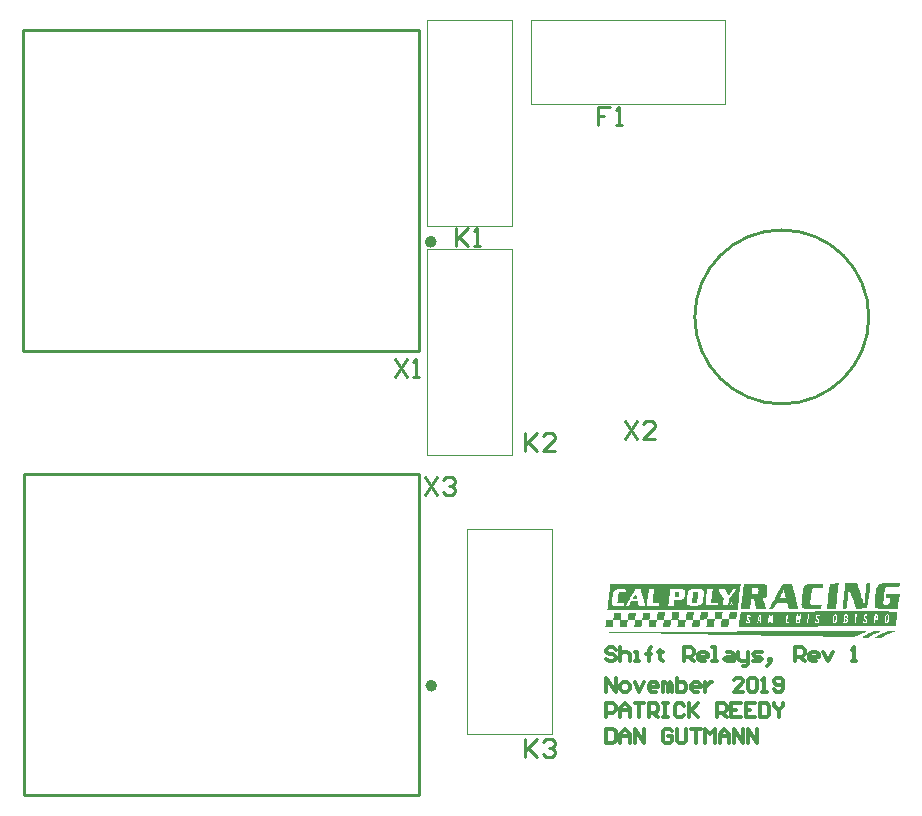
<source format=gto>
G04*
G04 #@! TF.GenerationSoftware,Altium Limited,Altium Designer,19.1.8 (144)*
G04*
G04 Layer_Color=65535*
%FSLAX25Y25*%
%MOIN*%
G70*
G01*
G75*
%ADD10C,0.01968*%
%ADD11C,0.01000*%
%ADD12C,0.00394*%
%ADD13C,0.01213*%
G36*
X335573Y138394D02*
X335646Y138322D01*
X335647Y138249D01*
X335647Y138103D01*
X335576Y137738D01*
X335576Y137665D01*
X335577Y137374D01*
X335507Y136863D01*
X335437Y136206D01*
X335437Y136134D01*
X335437Y136061D01*
X335367Y135550D01*
X335297Y134894D01*
X335154Y134164D01*
X334661Y130079D01*
X330871Y130063D01*
X329689Y133484D01*
X329689Y133557D01*
X329616Y133630D01*
X329468Y133994D01*
X329247Y134576D01*
X329026Y135158D01*
X329026Y135231D01*
X328952Y135303D01*
X328878Y135595D01*
X328731Y136032D01*
X328583Y136395D01*
X328583Y136468D01*
X328509Y136687D01*
X328435Y136832D01*
X328436Y136686D01*
X328364Y136395D01*
X328366Y136030D01*
X328296Y135374D01*
X328227Y134571D01*
X328156Y134061D01*
X328085Y133477D01*
X328086Y133331D01*
X328015Y132967D01*
X327944Y132456D01*
X327874Y131800D01*
X327804Y131216D01*
X327733Y130633D01*
X327662Y130268D01*
X327590Y130122D01*
X327590Y130049D01*
X327591Y129903D01*
X326351Y129898D01*
X326351Y130043D01*
X326351Y130116D01*
X326350Y130262D01*
X326421Y130554D01*
X326419Y131064D01*
X326562Y131794D01*
X326560Y132231D01*
X326630Y132815D01*
X326701Y133398D01*
X326770Y134128D01*
X326770Y134201D01*
X326770Y134273D01*
X326842Y134492D01*
X326840Y134784D01*
X326911Y135440D01*
X327053Y136243D01*
X327123Y136972D01*
X327193Y137629D01*
X327191Y137920D01*
X327263Y138139D01*
X327263Y138212D01*
X327263Y138285D01*
X327335Y138431D01*
X331199Y138448D01*
X331420Y137793D01*
X331420Y137720D01*
X331494Y137502D01*
X331569Y137210D01*
X331569Y137137D01*
X331716Y136919D01*
X331790Y136482D01*
X332011Y135973D01*
X332085Y135828D01*
X332159Y135463D01*
X332380Y135027D01*
X332528Y134517D01*
X332601Y134372D01*
X332676Y134008D01*
X332897Y133571D01*
X333045Y133061D01*
X333118Y132989D01*
X333192Y132697D01*
X333266Y132333D01*
X333341Y131969D01*
X333341Y131896D01*
X333415Y131824D01*
X333488Y131678D01*
X333561Y131606D01*
X333561Y131678D01*
X333633Y131752D01*
X333632Y132043D01*
X333703Y132408D01*
X333774Y132992D01*
X333843Y133867D01*
X333914Y134377D01*
X333984Y134961D01*
X333984Y135034D01*
X333983Y135107D01*
X334055Y135471D01*
X334125Y136055D01*
X334195Y136639D01*
X334193Y137295D01*
X334263Y137805D01*
X334334Y138243D01*
X334334Y138316D01*
X334334Y138389D01*
X334406Y138462D01*
X335354Y138466D01*
X335573Y138394D01*
D02*
G37*
G36*
X345415Y138364D02*
X345415Y138291D01*
X345343Y138072D01*
X345272Y137707D01*
X345201Y137124D01*
X340827Y137105D01*
X340755Y136959D01*
X340610Y136885D01*
X340465Y136666D01*
X340465Y136593D01*
X340465Y136520D01*
X340466Y136301D01*
X340395Y136009D01*
X340324Y135572D01*
X340253Y134988D01*
X340184Y134186D01*
X340184Y134113D01*
X340113Y133821D01*
X340114Y133457D01*
X340043Y133019D01*
X339972Y132581D01*
X339974Y132217D01*
X339902Y131925D01*
X339903Y131779D01*
X339903Y131706D01*
X339976Y131633D01*
X340123Y131488D01*
X340196Y131343D01*
X341217Y131347D01*
X341508Y131421D01*
X341654Y131495D01*
X341727Y131495D01*
X341799Y131569D01*
X341944Y131788D01*
X342017Y131861D01*
X342088Y132153D01*
X342160Y132445D01*
X342159Y132737D01*
X342230Y133174D01*
X342228Y133612D01*
X340697Y133605D01*
X340696Y133751D01*
X340696Y133824D01*
X340695Y134042D01*
X340766Y134407D01*
X340837Y134991D01*
X345065Y135009D01*
X345357Y134938D01*
X345430Y134938D01*
X345430Y134792D01*
X345358Y134646D01*
X345359Y134354D01*
X345288Y133917D01*
X345218Y133333D01*
X345075Y132530D01*
X345076Y132458D01*
X345004Y132166D01*
X345006Y131801D01*
X344935Y131291D01*
X344864Y130853D01*
X344866Y130488D01*
X344794Y130196D01*
X344795Y130051D01*
X344357Y130049D01*
X343993Y129974D01*
X339838Y129956D01*
X339254Y130027D01*
X338234Y130022D01*
X338015Y130094D01*
X337869Y130166D01*
X337576Y130311D01*
X337283Y130674D01*
X337137Y130892D01*
X337062Y131256D01*
X337062Y131329D01*
X337061Y131475D01*
X337060Y131767D01*
X337058Y132131D01*
X337056Y132641D01*
X337126Y133298D01*
X337195Y134173D01*
X337195Y134246D01*
X337266Y134538D01*
X337338Y134903D01*
X337409Y135340D01*
X337407Y135778D01*
X337478Y136215D01*
X337549Y136507D01*
X337549Y136653D01*
X337548Y136726D01*
X337621Y136799D01*
X337765Y137237D01*
X338055Y137676D01*
X338490Y138115D01*
X338563Y138189D01*
X338708Y138262D01*
X338854Y138336D01*
X339145Y138337D01*
X339291Y138410D01*
X339874Y138413D01*
X340457Y138488D01*
X345414Y138510D01*
X345415Y138364D01*
D02*
G37*
G36*
X325076Y138276D02*
X325076Y138203D01*
X325077Y138057D01*
X325005Y137765D01*
X324934Y137254D01*
X324936Y136963D01*
X324865Y136525D01*
X324794Y136014D01*
X324723Y135504D01*
X324653Y134847D01*
X324584Y134118D01*
X324584Y134045D01*
X324584Y133972D01*
X324514Y133462D01*
X324443Y132805D01*
X324374Y132076D01*
X324304Y131347D01*
X324234Y130617D01*
X324163Y130180D01*
X324164Y130034D01*
X324164Y129961D01*
X324018Y129960D01*
X323800Y129886D01*
X321103Y129875D01*
X321102Y130020D01*
X321102Y130093D01*
X321174Y130312D01*
X321172Y130604D01*
X321243Y131115D01*
X321386Y131844D01*
X321457Y132355D01*
X321527Y132866D01*
X321597Y133522D01*
X321667Y134251D01*
X322159Y138409D01*
X325075Y138421D01*
X325076Y138276D01*
D02*
G37*
G36*
X319973Y138253D02*
X319973Y138180D01*
X319974Y137889D01*
X319976Y137524D01*
X319905Y137014D01*
X317062Y137001D01*
X316771Y136927D01*
X316552Y136926D01*
X316480Y136853D01*
X316407Y136780D01*
X316335Y136707D01*
X316262Y136560D01*
X316263Y136415D01*
X316191Y136269D01*
X316119Y135977D01*
X316121Y135539D01*
X315978Y134883D01*
X315909Y134080D01*
X315554Y131673D01*
X315701Y131528D01*
X315701Y131455D01*
X315774Y131382D01*
X319346Y131398D01*
X319347Y131252D01*
X319348Y131179D01*
X319275Y130960D01*
X319204Y130596D01*
X319134Y129866D01*
X315125Y129849D01*
X314614Y129919D01*
X314104Y129917D01*
X313666Y129988D01*
X313447Y130060D01*
X313374Y130133D01*
X313155Y130278D01*
X313082Y130350D01*
X312935Y130568D01*
X312788Y130932D01*
X312639Y131442D01*
X312639Y131515D01*
X312638Y131660D01*
X312710Y131879D01*
X312709Y132171D01*
X312780Y132609D01*
X312850Y133265D01*
X312920Y133994D01*
X312919Y134140D01*
X312991Y134432D01*
X312989Y134797D01*
X313060Y135307D01*
X313131Y135818D01*
X313202Y136256D01*
X313273Y136620D01*
X313272Y136839D01*
X313272Y136912D01*
X313344Y137058D01*
X313634Y137497D01*
X314069Y138009D01*
X314432Y138229D01*
X314796Y138377D01*
X319972Y138399D01*
X319973Y138253D01*
D02*
G37*
G36*
X310365Y134712D02*
X310439Y134567D01*
X310513Y134203D01*
X310735Y133547D01*
X310884Y132819D01*
X310884Y132746D01*
X310957Y132674D01*
X311032Y132237D01*
X311180Y131727D01*
X311328Y131217D01*
X311329Y131144D01*
X311402Y130926D01*
X311476Y130708D01*
X311477Y130562D01*
X311626Y129833D01*
X308491Y129820D01*
X308195Y130912D01*
X308194Y130985D01*
X308121Y131058D01*
X308047Y131495D01*
X307972Y131859D01*
X307899Y131931D01*
X307898Y132004D01*
X307898Y132077D01*
X304472Y132062D01*
X303894Y130893D01*
X303169Y129797D01*
X301784Y129791D01*
X301857Y129937D01*
X302001Y130302D01*
X302145Y130594D01*
X302363Y130887D01*
X302579Y131398D01*
X302942Y131910D01*
X303303Y132568D01*
X303737Y133371D01*
X304243Y134321D01*
X304895Y135417D01*
X305618Y136660D01*
X306414Y138121D01*
X306486Y138340D01*
X309475Y138354D01*
X310365Y134712D01*
D02*
G37*
G36*
X296864Y138153D02*
X300509Y138169D01*
X300582Y138096D01*
X300801Y138024D01*
X301021Y137806D01*
X301167Y137588D01*
X301168Y137515D01*
X301241Y137370D01*
X301242Y137224D01*
X301243Y136933D01*
X301244Y136641D01*
X301246Y136204D01*
X301176Y135620D01*
X301176Y135547D01*
X301177Y135401D01*
X301106Y134891D01*
X301108Y134380D01*
X301036Y134161D01*
X301037Y134016D01*
X300964Y133942D01*
X300819Y133796D01*
X300456Y133576D01*
X300019Y133428D01*
X299800Y133427D01*
X299801Y133354D01*
X299874Y133209D01*
X299948Y132990D01*
X300023Y132626D01*
X300170Y132189D01*
X300391Y131607D01*
X300392Y131534D01*
X300466Y131316D01*
X300613Y131025D01*
X300760Y130734D01*
X300834Y130370D01*
X300981Y130079D01*
X301055Y129860D01*
X301055Y129788D01*
X297775Y129773D01*
X297701Y129992D01*
X297701Y130064D01*
X297627Y130210D01*
X297627Y130283D01*
X297553Y130428D01*
X297480Y130647D01*
X297405Y130938D01*
X297405Y131011D01*
X297331Y131229D01*
X297257Y131521D01*
X297256Y131739D01*
X296811Y133414D01*
X295937Y133410D01*
X295864Y133337D01*
X295864Y133264D01*
X295865Y133118D01*
X295866Y132900D01*
X295794Y132608D01*
X295796Y132170D01*
X295726Y131587D01*
X295726Y131514D01*
X295654Y131295D01*
X295583Y131003D01*
X295511Y130711D01*
X295511Y130638D01*
X295512Y130492D01*
X295441Y129982D01*
X295442Y129909D01*
X295442Y129836D01*
X295442Y129763D01*
X292453Y129750D01*
X292453Y129896D01*
X292452Y129969D01*
X292452Y130115D01*
X292523Y130406D01*
X292594Y130917D01*
X292664Y131646D01*
X292735Y132084D01*
X292805Y132668D01*
X292876Y133251D01*
X292945Y133980D01*
X292945Y134053D01*
X292945Y134126D01*
X293015Y134637D01*
X293085Y135293D01*
X293228Y136023D01*
X293297Y136825D01*
X293367Y137481D01*
X293438Y137919D01*
X293511Y138065D01*
X293510Y138138D01*
X293510Y138284D01*
X296864Y138153D01*
D02*
G37*
G36*
X292344Y138133D02*
X292344Y138060D01*
X292345Y137915D01*
X292274Y137550D01*
X292203Y137039D01*
X292133Y136310D01*
X292062Y135872D01*
X291992Y135289D01*
X291922Y134632D01*
X291852Y133903D01*
X291360Y129745D01*
X247985Y129557D01*
X247984Y129702D01*
X247984Y129775D01*
X247983Y129994D01*
X248055Y130286D01*
X248125Y130797D01*
X248195Y131526D01*
X248266Y131964D01*
X248337Y132474D01*
X248407Y133131D01*
X248477Y133787D01*
X248476Y133860D01*
X248476Y133933D01*
X248548Y134152D01*
X248547Y134443D01*
X248617Y135100D01*
X248759Y135902D01*
X248829Y136632D01*
X248899Y137288D01*
X248898Y137580D01*
X248970Y137799D01*
X248969Y137872D01*
X248969Y137944D01*
X248968Y138090D01*
X292416Y138279D01*
X292344Y138133D01*
D02*
G37*
G36*
X276711Y128734D02*
X276712Y128588D01*
X276712Y128442D01*
X276713Y128296D01*
X276642Y128005D01*
X276643Y127640D01*
X276643Y127567D01*
X276644Y127494D01*
X276573Y127057D01*
X276501Y126692D01*
X276502Y126546D01*
X276429Y126473D01*
X276430Y126400D01*
X274097Y126390D01*
X274097Y126317D01*
X274098Y126171D01*
X274027Y125806D01*
X273955Y125514D01*
X273884Y125149D01*
X273884Y125076D01*
X273884Y125004D01*
X273886Y124639D01*
X273815Y124274D01*
X273816Y123983D01*
X273816Y123910D01*
X271338Y123899D01*
X271337Y124118D01*
X271409Y124264D01*
X271408Y124483D01*
X271407Y124774D01*
X271478Y125139D01*
X271478Y125212D01*
X271477Y125358D01*
X271548Y125795D01*
X271619Y126160D01*
X271619Y126306D01*
X271618Y126379D01*
X269286Y126369D01*
X269286Y126296D01*
X269287Y126150D01*
X269214Y126004D01*
X269215Y125785D01*
X269144Y125420D01*
X269073Y125056D01*
X269005Y123889D01*
X266526Y123878D01*
X266526Y124024D01*
X266598Y124170D01*
X266597Y124389D01*
X266596Y124680D01*
X266667Y125045D01*
X266667Y125118D01*
X266666Y125264D01*
X266737Y125629D01*
X266808Y126066D01*
X266808Y126212D01*
X266807Y126285D01*
X266661Y126357D01*
X264401Y126347D01*
X264402Y126202D01*
X264403Y126056D01*
X264403Y125910D01*
X264331Y125691D01*
X264333Y125399D01*
X264261Y125035D01*
X264121Y123868D01*
X261715Y123857D01*
X261715Y123930D01*
X261714Y124003D01*
X261786Y124222D01*
X261785Y124514D01*
X261856Y124878D01*
X261926Y125681D01*
X261997Y126045D01*
X261996Y126337D01*
X264401Y126347D01*
X264401Y126420D01*
X264400Y126566D01*
X264473Y126712D01*
X264472Y126931D01*
X264470Y127223D01*
X264542Y127587D01*
X264755Y128755D01*
X267088Y128765D01*
X267089Y128692D01*
X267089Y128619D01*
X267017Y128400D01*
X267018Y128036D01*
X266947Y127671D01*
X266876Y127233D01*
X266878Y126868D01*
X266806Y126577D01*
X266807Y126431D01*
X266952Y126432D01*
X267099Y126359D01*
X269286Y126369D01*
X269285Y126442D01*
X269285Y126514D01*
X269357Y126734D01*
X269356Y127025D01*
X269427Y127390D01*
X269496Y128192D01*
X269568Y128484D01*
X269567Y128776D01*
X271900Y128786D01*
X271900Y128713D01*
X271900Y128640D01*
X271828Y128421D01*
X271829Y128202D01*
X271758Y127838D01*
X271688Y127108D01*
X271617Y126743D01*
X271618Y126452D01*
X271764Y126452D01*
X271910Y126380D01*
X274097Y126390D01*
X274096Y126608D01*
X274168Y126754D01*
X274167Y126973D01*
X274166Y127265D01*
X274237Y127630D01*
X274237Y127702D01*
X274236Y127848D01*
X274308Y128213D01*
X274379Y128651D01*
X274378Y128724D01*
X274378Y128797D01*
X276711Y128807D01*
X276711Y128734D01*
D02*
G37*
G36*
X262204Y128671D02*
X262277Y128671D01*
X262278Y128525D01*
X262278Y128379D01*
X262206Y128160D01*
X262208Y127869D01*
X262136Y127504D01*
X262137Y127431D01*
X262137Y127358D01*
X262066Y126920D01*
X261995Y126556D01*
X261995Y126410D01*
X261996Y126337D01*
X259809Y126328D01*
X259663Y126254D01*
X259590Y126254D01*
X259591Y126108D01*
X259592Y125889D01*
X259520Y125670D01*
X259521Y125379D01*
X259450Y125014D01*
X259450Y124941D01*
X259451Y124868D01*
X259380Y124430D01*
X259308Y124065D01*
X259309Y123920D01*
X259309Y123847D01*
X256904Y123836D01*
X256903Y124055D01*
X256975Y124201D01*
X256974Y124420D01*
X256973Y124711D01*
X257044Y125076D01*
X257044Y125149D01*
X257043Y125295D01*
X257114Y125733D01*
X257185Y126097D01*
X257185Y126243D01*
X257184Y126316D01*
X254779Y126306D01*
X254779Y126160D01*
X254707Y126014D01*
X254708Y125795D01*
X254636Y125503D01*
X254565Y125065D01*
X254498Y123826D01*
X252019Y123815D01*
X252019Y123961D01*
X252091Y124107D01*
X252090Y124326D01*
X252089Y124617D01*
X252160Y124982D01*
X252160Y125055D01*
X252159Y125201D01*
X252230Y125566D01*
X252301Y126003D01*
X252301Y126149D01*
X252300Y126222D01*
X252154Y126294D01*
X249967Y126285D01*
X249968Y126139D01*
X249896Y125847D01*
X249825Y125409D01*
X249754Y124971D01*
X249687Y123805D01*
X247208Y123794D01*
X247207Y123940D01*
X247280Y124086D01*
X247279Y124159D01*
X247352Y124232D01*
X247350Y124597D01*
X247350Y124670D01*
X247422Y124816D01*
X247421Y125180D01*
X247489Y126274D01*
X249967Y126285D01*
X249967Y126357D01*
X249966Y126503D01*
X249966Y126649D01*
X249965Y126868D01*
X250036Y127160D01*
X250035Y127524D01*
X250248Y128692D01*
X252727Y128702D01*
X252582Y128629D01*
X252582Y128556D01*
X252583Y128337D01*
X252511Y128045D01*
X252512Y127754D01*
X252443Y126952D01*
X252444Y126660D01*
X252446Y126368D01*
X252591Y126369D01*
X252737Y126297D01*
X254779Y126306D01*
X254778Y126524D01*
X254850Y126670D01*
X254849Y126889D01*
X254848Y127181D01*
X254919Y127545D01*
X254919Y127618D01*
X254918Y127764D01*
X254989Y128129D01*
X255060Y128567D01*
X255060Y128640D01*
X255060Y128712D01*
X257538Y128723D01*
X257466Y128650D01*
X257466Y128504D01*
X257467Y128358D01*
X257395Y128139D01*
X257396Y127848D01*
X257325Y127483D01*
X257257Y126316D01*
X258423Y126394D01*
X259590Y126399D01*
X259730Y127567D01*
X259730Y127639D01*
X259730Y127785D01*
X259801Y128150D01*
X259872Y128588D01*
X259872Y128661D01*
X259871Y128734D01*
X262058Y128743D01*
X262204Y128671D01*
D02*
G37*
G36*
X342248Y129019D02*
X344653Y129030D01*
X344654Y128957D01*
X344654Y128811D01*
X344656Y128446D01*
X344585Y128009D01*
X344515Y127352D01*
X344445Y126550D01*
X344304Y125529D01*
X344091Y124288D01*
X344091Y124216D01*
X291822Y123988D01*
X291822Y124061D01*
X291822Y124134D01*
X291821Y124280D01*
X291820Y124571D01*
X291891Y125009D01*
X291961Y125665D01*
X292030Y126468D01*
X292171Y127562D01*
X292385Y128802D01*
X292384Y128875D01*
X341445Y129088D01*
X342248Y129019D01*
D02*
G37*
G36*
X291218Y128797D02*
X291219Y128651D01*
X291219Y128578D01*
X291148Y128214D01*
X291148Y128141D01*
X291148Y128068D01*
X291077Y127630D01*
X290937Y126463D01*
X288531Y126453D01*
X288532Y126307D01*
X288532Y126161D01*
X288460Y125942D01*
X288462Y125650D01*
X288391Y125213D01*
X288391Y125140D01*
X288391Y125067D01*
X288320Y124629D01*
X288249Y124191D01*
X288250Y124046D01*
X288250Y123973D01*
X285772Y123962D01*
X285771Y124035D01*
X285771Y124180D01*
X285843Y124327D01*
X285842Y124545D01*
X285841Y124837D01*
X285912Y125202D01*
X285912Y125275D01*
X285911Y125348D01*
X285982Y125785D01*
X286053Y126223D01*
X286053Y126369D01*
X286052Y126442D01*
X288458Y126452D01*
X288531Y126525D01*
X288530Y126671D01*
X288602Y126817D01*
X288601Y127036D01*
X288600Y127328D01*
X288671Y127692D01*
X288812Y128859D01*
X291218Y128870D01*
X291218Y128797D01*
D02*
G37*
G36*
X286407Y128703D02*
X286335Y128557D01*
X286336Y128338D01*
X286264Y128046D01*
X286193Y127682D01*
X286193Y127609D01*
X286193Y127536D01*
X286122Y127098D01*
X286052Y126660D01*
X286052Y126515D01*
X286052Y126442D01*
X283720Y126432D01*
X283506Y125191D01*
X283507Y125118D01*
X283507Y125046D01*
X283509Y124608D01*
X283438Y124170D01*
X283438Y124025D01*
X283439Y123952D01*
X280960Y123941D01*
X280960Y124014D01*
X280959Y124160D01*
X281032Y124306D01*
X281031Y124524D01*
X281029Y124816D01*
X281101Y125181D01*
X281100Y125254D01*
X281100Y125327D01*
X281171Y125764D01*
X281242Y126202D01*
X281241Y126348D01*
X281241Y126421D01*
X283647Y126431D01*
X283719Y126504D01*
X283719Y126577D01*
X283718Y126723D01*
X283717Y127088D01*
X283787Y127671D01*
X283787Y127744D01*
X283787Y127817D01*
X283857Y128255D01*
X283929Y128620D01*
X283928Y128765D01*
X283928Y128838D01*
X286406Y128849D01*
X286407Y128703D01*
D02*
G37*
G36*
X281523Y128682D02*
X281523Y128536D01*
X281524Y128317D01*
X281453Y127953D01*
X281382Y127588D01*
X281311Y127077D01*
X281241Y126494D01*
X281241Y126421D01*
X278908Y126411D01*
X278695Y125170D01*
X278695Y125097D01*
X278696Y125024D01*
X278698Y124587D01*
X278626Y124222D01*
X278627Y124076D01*
X278627Y124004D01*
X278627Y123931D01*
X276149Y123920D01*
X276149Y123993D01*
X276148Y124139D01*
X276147Y124284D01*
X276219Y124504D01*
X276218Y124795D01*
X276289Y125160D01*
X276360Y125671D01*
X276430Y126254D01*
X276430Y126400D01*
X278908Y126411D01*
X278976Y127577D01*
X278976Y127650D01*
X278975Y127796D01*
X279047Y128161D01*
X279117Y128598D01*
X279190Y128672D01*
X279190Y128745D01*
X279189Y128817D01*
X281522Y128828D01*
X281523Y128682D01*
D02*
G37*
G36*
X330393Y122479D02*
X334403Y122497D01*
X334330Y122424D01*
X334185Y122350D01*
X333893Y122276D01*
X333530Y122055D01*
X333021Y121835D01*
X332366Y121467D01*
X330329Y120511D01*
X288699Y121277D01*
X287679Y121273D01*
X286877Y121342D01*
X284835Y121333D01*
X283596Y121401D01*
X282211Y121395D01*
X280679Y121461D01*
X279076Y121454D01*
X277326Y121519D01*
X275503Y121511D01*
X271785Y121641D01*
X267921Y121697D01*
X263984Y121753D01*
X260265Y121882D01*
X258443Y121875D01*
X256693Y121940D01*
X255089Y121933D01*
X253558Y121999D01*
X252173Y121993D01*
X250933Y122061D01*
X248892Y122052D01*
X248090Y122121D01*
X251589Y122136D01*
X252537Y122213D01*
X329081Y122547D01*
X330393Y122479D01*
D02*
G37*
G36*
X339068Y122517D02*
X339141Y122517D01*
X338996Y122444D01*
X338850Y122370D01*
X338632Y122296D01*
X338195Y122076D01*
X337686Y121855D01*
X336959Y121487D01*
X334849Y120385D01*
X333537Y120379D01*
X333172Y120450D01*
X332735Y120521D01*
X332589Y120520D01*
X332661Y120594D01*
X332807Y120667D01*
X333171Y120815D01*
X333243Y120888D01*
X333607Y121035D01*
X334044Y121256D01*
X334626Y121477D01*
X336808Y122580D01*
X338995Y122590D01*
X339068Y122517D01*
D02*
G37*
G36*
X343807Y122538D02*
X343880Y122538D01*
X343734Y122464D01*
X343589Y122391D01*
X343298Y122244D01*
X342934Y122096D01*
X342352Y121802D01*
X341625Y121435D01*
X339224Y120331D01*
X338203Y120326D01*
X337838Y120397D01*
X337109Y120394D01*
X337255Y120468D01*
X337400Y120541D01*
X337618Y120688D01*
X337982Y120836D01*
X338491Y121129D01*
X339219Y121497D01*
X341547Y122601D01*
X343734Y122610D01*
X343807Y122538D01*
D02*
G37*
%LPC*%
G36*
X306786Y136373D02*
X306713Y136300D01*
X306641Y136081D01*
X306425Y135643D01*
X306352Y135497D01*
X306208Y135205D01*
X305991Y134766D01*
X305702Y134182D01*
X305630Y134036D01*
X305558Y133817D01*
X305413Y133597D01*
X305341Y133451D01*
X306434Y133456D01*
X307527Y133607D01*
X307453Y133752D01*
X307453Y133825D01*
X307380Y133897D01*
X307305Y134335D01*
X307305Y134407D01*
X307304Y134553D01*
X307229Y134990D01*
X307229Y135063D01*
X307155Y135209D01*
X307008Y135718D01*
X306860Y136155D01*
X306786Y136301D01*
X306786Y136373D01*
D02*
G37*
G36*
X298255Y136774D02*
X296287Y136765D01*
X296217Y135890D01*
X296218Y135817D01*
X296218Y135744D01*
X296147Y135380D01*
X296075Y135088D01*
X296076Y134942D01*
X296076Y134869D01*
X296222Y134870D01*
X296514Y134798D01*
X297534Y134802D01*
X297826Y134877D01*
X297972Y134877D01*
X298044Y134950D01*
X298116Y135096D01*
X298261Y135389D01*
X298260Y135607D01*
X298331Y135899D01*
X298331Y135972D01*
X298331Y136045D01*
X298403Y136337D01*
X298328Y136628D01*
X298255Y136774D01*
D02*
G37*
G36*
X290893Y136596D02*
X289872Y136591D01*
X289075Y135349D01*
X289076Y135276D01*
X288930Y135202D01*
X288713Y134837D01*
X288496Y134471D01*
X288351Y134398D01*
X288351Y134325D01*
X288277Y134470D01*
X288130Y134761D01*
X287984Y134979D01*
X287836Y135343D01*
X287248Y136580D01*
X285061Y136571D01*
X285061Y136425D01*
X285135Y136352D01*
X285135Y136206D01*
X285282Y135988D01*
X285429Y135697D01*
X285577Y135261D01*
X285871Y134752D01*
X286679Y133224D01*
X286465Y132130D01*
X286465Y132057D01*
X286466Y131984D01*
X286467Y131619D01*
X286396Y131255D01*
X286396Y131182D01*
X286397Y131109D01*
X288219Y131117D01*
X288361Y132138D01*
X288502Y133086D01*
X289589Y134695D01*
X289661Y134768D01*
X289734Y134914D01*
X290096Y135426D01*
X290168Y135499D01*
X290241Y135645D01*
X290386Y135865D01*
X290530Y136084D01*
X290530Y136157D01*
X290603Y136230D01*
X290675Y136303D01*
X290748Y136377D01*
X290893Y136596D01*
D02*
G37*
G36*
X289673Y132144D02*
X289308Y132142D01*
X289236Y132069D01*
X289163Y131996D01*
X289018Y131776D01*
X288946Y131557D01*
X288947Y131484D01*
X289020Y131412D01*
X289093Y131266D01*
X289240Y131121D01*
X289458Y131122D01*
X289676Y131269D01*
X289894Y131561D01*
X289894Y131634D01*
X289966Y131780D01*
X289892Y131999D01*
X289673Y132144D01*
D02*
G37*
G36*
X283165Y136562D02*
X281343Y136554D01*
X281270Y136481D01*
X281197Y136481D01*
X281198Y136408D01*
X281198Y136335D01*
X281199Y136116D01*
X281128Y135751D01*
X281057Y135314D01*
X280987Y134584D01*
X280918Y133709D01*
X280918Y133564D01*
X280847Y133272D01*
X280848Y132907D01*
X280778Y132397D01*
X280707Y131886D01*
X280709Y131521D01*
X280637Y131229D01*
X280638Y131084D01*
X284793Y131102D01*
X284792Y131393D01*
X284791Y131466D01*
X284863Y131612D01*
X284863Y131831D01*
X284862Y131904D01*
X284862Y131977D01*
X282602Y131967D01*
X282602Y132040D01*
X282601Y132186D01*
X282600Y132477D01*
X282671Y132915D01*
X282741Y133499D01*
X282811Y134301D01*
X282952Y135249D01*
X283166Y136416D01*
X283165Y136562D01*
D02*
G37*
G36*
X279447Y136546D02*
X276532Y136533D01*
X276167Y136459D01*
X275803Y136457D01*
X275584Y136383D01*
X275439Y136310D01*
X275366Y136237D01*
X275148Y136163D01*
X275003Y135871D01*
X274859Y135505D01*
X274859Y135433D01*
X274787Y135286D01*
X274716Y134922D01*
X274645Y134557D01*
X274574Y134046D01*
X274504Y133463D01*
X274436Y132150D01*
X274437Y132077D01*
X274438Y131859D01*
X274438Y131786D01*
X274585Y131568D01*
X274731Y131350D01*
X274951Y131205D01*
X275024Y131205D01*
X275170Y131133D01*
X275534Y131134D01*
X275899Y131063D01*
X277867Y131072D01*
X278523Y131148D01*
X278815Y131149D01*
X278960Y131222D01*
X279033Y131296D01*
X279251Y131442D01*
X279541Y131808D01*
X279757Y132319D01*
X279757Y132392D01*
X279756Y132538D01*
X279828Y132757D01*
X279827Y132976D01*
X279899Y133341D01*
X279970Y133778D01*
X279970Y133851D01*
X279969Y134070D01*
X280040Y134362D01*
X280038Y134726D01*
X280035Y135528D01*
X280034Y135820D01*
X279960Y136038D01*
X279960Y136111D01*
X279886Y136184D01*
X279740Y136329D01*
X279521Y136401D01*
X279447Y136546D01*
D02*
G37*
G36*
X272303Y136515D02*
X269314Y136502D01*
X269023Y136428D01*
X268950Y136427D01*
X268951Y136355D01*
X268951Y136282D01*
X268879Y136063D01*
X268881Y135698D01*
X268810Y135260D01*
X268740Y134531D01*
X268598Y133656D01*
X268598Y133510D01*
X268527Y133218D01*
X268456Y132853D01*
X268458Y132343D01*
X268387Y131832D01*
X268316Y131467D01*
X268244Y131176D01*
X268245Y131030D01*
X270140Y131038D01*
X270140Y131184D01*
X270139Y131330D01*
X270138Y131621D01*
X270209Y132059D01*
X270208Y132132D01*
X270208Y132205D01*
X270280Y132497D01*
X270278Y132861D01*
X270278Y132934D01*
X270277Y133007D01*
X272902Y133018D01*
X272974Y133092D01*
X273192Y133238D01*
X273483Y133458D01*
X273627Y133824D01*
X273699Y134043D01*
X273771Y134189D01*
X273770Y134407D01*
X273842Y134772D01*
X273840Y135210D01*
X273840Y135282D01*
X273839Y135501D01*
X273837Y135793D01*
X273836Y136011D01*
X273763Y136084D01*
X273690Y136157D01*
X273471Y136301D01*
X273252Y136373D01*
X273179Y136373D01*
X273106Y136446D01*
X272668Y136444D01*
X272303Y136515D01*
D02*
G37*
G36*
X263628Y136477D02*
X261733Y136469D01*
X261380Y133770D01*
X261381Y133624D01*
X261309Y133333D01*
X261311Y132968D01*
X261240Y132457D01*
X261169Y131947D01*
X261171Y131509D01*
X261100Y131144D01*
X261101Y130999D01*
X265183Y131017D01*
X265328Y131309D01*
X265327Y131382D01*
X265326Y131600D01*
X265326Y131673D01*
X265326Y131746D01*
X265325Y131819D01*
X265325Y131892D01*
X263065Y131882D01*
X263065Y131955D01*
X263064Y132101D01*
X263063Y132392D01*
X263134Y132830D01*
X263204Y133486D01*
X263274Y134216D01*
X263415Y135164D01*
X263629Y136331D01*
X263628Y136477D01*
D02*
G37*
G36*
X259108Y136458D02*
X257213Y136449D01*
X257214Y136304D01*
X257214Y136231D01*
X257141Y136158D01*
X256997Y135938D01*
X256779Y135646D01*
X256490Y135134D01*
X256128Y134549D01*
X255621Y133672D01*
X255549Y133526D01*
X255405Y133234D01*
X255188Y132796D01*
X254898Y132357D01*
X254609Y131845D01*
X254392Y131407D01*
X254247Y131115D01*
X254175Y130969D01*
X255050Y130972D01*
X255484Y131703D01*
X255845Y132507D01*
X258105Y132517D01*
X258327Y131716D01*
X258476Y130987D01*
X260590Y130997D01*
X260590Y131069D01*
X260590Y131142D01*
X260516Y131361D01*
X260442Y131652D01*
X260294Y132162D01*
X260072Y132817D01*
X259850Y133691D01*
X259849Y133836D01*
X259702Y134127D01*
X259627Y134564D01*
X259479Y135074D01*
X259331Y135584D01*
X259256Y136021D01*
X259109Y136312D01*
X259108Y136458D01*
D02*
G37*
G36*
X253933Y136435D02*
X251527Y136425D01*
X250944Y136349D01*
X250725Y136348D01*
X250580Y136275D01*
X250507Y136274D01*
X250361Y136201D01*
X250217Y135982D01*
X249999Y135689D01*
X250000Y135616D01*
X249927Y135543D01*
X249928Y135324D01*
X249856Y135105D01*
X249785Y134740D01*
X249714Y134303D01*
X249643Y133719D01*
X249644Y133646D01*
X249572Y133427D01*
X249573Y133136D01*
X249502Y132771D01*
X249505Y131969D01*
X249506Y131677D01*
X249580Y131532D01*
X249580Y131459D01*
X249654Y131313D01*
X249873Y131169D01*
X250166Y130951D01*
X253592Y130966D01*
X253592Y131039D01*
X253591Y131112D01*
X253590Y131331D01*
X253590Y131404D01*
X253662Y131550D01*
X253661Y131768D01*
X253661Y131841D01*
X251547Y131832D01*
X251400Y131977D01*
X251400Y132050D01*
X251327Y132050D01*
X251327Y132123D01*
X251326Y132341D01*
X251398Y132560D01*
X251397Y132852D01*
X251395Y133216D01*
X251466Y133727D01*
X251466Y133800D01*
X251538Y133946D01*
X251536Y134238D01*
X251608Y134530D01*
X251607Y134821D01*
X251678Y135113D01*
X251678Y135259D01*
X251678Y135332D01*
X251677Y135405D01*
X251823Y135478D01*
X253937Y135487D01*
X254009Y135561D01*
X254082Y135561D01*
X254082Y135634D01*
X254081Y135780D01*
X254081Y135925D01*
X254080Y135998D01*
X254153Y136144D01*
X254152Y136290D01*
X254152Y136363D01*
X254079Y136363D01*
X253933Y136435D01*
D02*
G37*
%LPD*%
G36*
X289673Y131998D02*
X289746Y131925D01*
X289820Y131853D01*
X289820Y131707D01*
X289821Y131634D01*
X289676Y131415D01*
X289603Y131342D01*
X289239Y131267D01*
X289166Y131340D01*
X289092Y131485D01*
X289019Y131631D01*
X289019Y131703D01*
X289091Y131777D01*
X289163Y131923D01*
X289382Y131997D01*
X289454Y132070D01*
X289600Y132071D01*
X289673Y131998D01*
D02*
G37*
%LPC*%
G36*
X289601Y131925D02*
X289382Y131924D01*
X289310Y131778D01*
X289237Y131632D01*
X289238Y131559D01*
X289238Y131486D01*
X289239Y131413D01*
X289311Y131413D01*
X289311Y131486D01*
X289310Y131632D01*
X289310Y131705D01*
X289383Y131705D01*
X289382Y131851D01*
X289528Y131851D01*
X289528Y131779D01*
X289456Y131705D01*
X289383Y131705D01*
X289457Y131560D01*
X289530Y131487D01*
X289530Y131414D01*
X289603Y131414D01*
X289602Y131560D01*
X289602Y131633D01*
X289675Y131706D01*
X289674Y131779D01*
X289601Y131852D01*
X289601Y131925D01*
D02*
G37*
%LPD*%
G36*
X278213Y135520D02*
X278286Y135375D01*
X278286Y135302D01*
X278287Y135156D01*
X278215Y134937D01*
X278216Y134645D01*
X278145Y134208D01*
X278075Y133697D01*
X278075Y133624D01*
X278076Y133478D01*
X278004Y133186D01*
X277932Y132895D01*
X277862Y132384D01*
X277790Y132165D01*
X277790Y132092D01*
X277717Y132019D01*
X277645Y132018D01*
X277426Y131945D01*
X276406Y131940D01*
X276405Y132013D01*
X276332Y132086D01*
X276331Y132231D01*
X276330Y132450D01*
X276329Y132742D01*
X276327Y133179D01*
X276398Y133763D01*
X276397Y133835D01*
X276470Y133982D01*
X276468Y134273D01*
X276540Y134565D01*
X276610Y135149D01*
X276610Y135294D01*
X276609Y135440D01*
X276682Y135513D01*
X276900Y135587D01*
X278139Y135593D01*
X278213Y135520D01*
D02*
G37*
G36*
X271943Y135493D02*
X271944Y135420D01*
X271944Y135347D01*
X271945Y135128D01*
X271873Y134764D01*
X271874Y134691D01*
X271875Y134399D01*
X271876Y134180D01*
X271804Y134034D01*
X271804Y133888D01*
X271659Y133815D01*
X270493Y133810D01*
X270492Y133883D01*
X270492Y133956D01*
X270492Y134028D01*
X270490Y134320D01*
X270561Y134758D01*
X270561Y134904D01*
X270633Y135123D01*
X270631Y135414D01*
X270704Y135560D01*
X271943Y135566D01*
X271943Y135493D01*
D02*
G37*
G36*
X257438Y135065D02*
X257512Y134774D01*
X257586Y134556D01*
X257660Y134264D01*
X257734Y134119D01*
X257808Y133827D01*
X257882Y133463D01*
X257882Y133390D01*
X257883Y133318D01*
X257591Y133316D01*
X257154Y133387D01*
X256425Y133384D01*
X256931Y134261D01*
X256931Y134334D01*
X257003Y134407D01*
X257221Y134700D01*
X257365Y134992D01*
X257438Y135138D01*
X257438Y135065D01*
D02*
G37*
%LPC*%
G36*
X334305Y128182D02*
X333941Y128181D01*
X333795Y128107D01*
X333650Y127961D01*
X333577Y127888D01*
X333433Y127668D01*
X333361Y127376D01*
X333362Y127158D01*
X333436Y126939D01*
X333509Y126867D01*
X333655Y126722D01*
X333802Y126504D01*
X333875Y126431D01*
X333949Y126358D01*
X334022Y126140D01*
X334096Y125995D01*
X334096Y125922D01*
X334097Y125849D01*
X333951Y125702D01*
X333806Y125629D01*
X333587Y125628D01*
X333587Y125701D01*
X333513Y125919D01*
X333513Y125992D01*
X333148Y125990D01*
X333149Y125918D01*
X333149Y125772D01*
X333222Y125699D01*
X333223Y125553D01*
X333297Y125408D01*
X333516Y125263D01*
X333662Y125191D01*
X333881Y125192D01*
X334099Y125266D01*
X334317Y125412D01*
X334390Y125486D01*
X334462Y125632D01*
X334534Y125851D01*
X334533Y126142D01*
X334532Y126215D01*
X334459Y126361D01*
X334385Y126579D01*
X334165Y126797D01*
X334092Y126869D01*
X334019Y127015D01*
X333872Y127233D01*
X333798Y127378D01*
X333798Y127451D01*
X333797Y127597D01*
X333870Y127743D01*
X334015Y127817D01*
X334161Y127817D01*
X334234Y127745D01*
X334308Y127526D01*
X334672Y127528D01*
X334672Y127601D01*
X334672Y127674D01*
X334671Y127747D01*
X334598Y127965D01*
X334524Y128038D01*
X334378Y128110D01*
X334305Y128182D01*
D02*
G37*
G36*
X318340Y128113D02*
X318049Y128112D01*
X317830Y128038D01*
X317685Y127892D01*
X317613Y127818D01*
X317468Y127599D01*
X317396Y127307D01*
X317470Y127089D01*
X317544Y126870D01*
X317617Y126798D01*
X317910Y126435D01*
X317983Y126362D01*
X318057Y126289D01*
X318130Y126071D01*
X318204Y125926D01*
X318204Y125853D01*
X318204Y125780D01*
X318132Y125634D01*
X317987Y125560D01*
X317695Y125559D01*
X317695Y125632D01*
X317548Y125850D01*
X317548Y125923D01*
X317183Y125921D01*
X317184Y125848D01*
X317184Y125702D01*
X317257Y125630D01*
X317258Y125484D01*
X317332Y125338D01*
X317624Y125194D01*
X317770Y125122D01*
X317916Y125122D01*
X318134Y125196D01*
X318352Y125343D01*
X318425Y125416D01*
X318497Y125562D01*
X318569Y125781D01*
X318641Y126073D01*
X318640Y126146D01*
X318567Y126292D01*
X318420Y126510D01*
X318200Y126727D01*
X318127Y126800D01*
X318054Y126945D01*
X317980Y127164D01*
X317906Y127309D01*
X317906Y127382D01*
X317905Y127528D01*
X317978Y127674D01*
X318050Y127747D01*
X318196Y127748D01*
X318269Y127675D01*
X318343Y127457D01*
X318780Y127459D01*
X318853Y127532D01*
X318853Y127605D01*
X318852Y127678D01*
X318779Y127751D01*
X318633Y127896D01*
X318560Y127968D01*
X318413Y128041D01*
X318340Y128113D01*
D02*
G37*
G36*
X295377Y128013D02*
X295012Y128012D01*
X294867Y127938D01*
X294794Y127865D01*
X294649Y127791D01*
X294431Y127499D01*
X294360Y127134D01*
X294360Y127061D01*
X294434Y126916D01*
X294581Y126698D01*
X294874Y126334D01*
X294947Y126189D01*
X295167Y126044D01*
X295167Y125898D01*
X295168Y125679D01*
X295096Y125606D01*
X295023Y125533D01*
X294878Y125460D01*
X294805Y125459D01*
X294732Y125532D01*
X294658Y125604D01*
X294585Y125750D01*
X294584Y125823D01*
X294147Y125821D01*
X294148Y125675D01*
X294148Y125602D01*
X294222Y125457D01*
X294368Y125239D01*
X294588Y125094D01*
X294952Y125095D01*
X295171Y125169D01*
X295389Y125316D01*
X295533Y125681D01*
X295532Y125754D01*
X295532Y125973D01*
X295385Y126264D01*
X295164Y126627D01*
X295091Y126700D01*
X295018Y126772D01*
X294944Y126991D01*
X294870Y127136D01*
X294870Y127209D01*
X294869Y127428D01*
X294941Y127574D01*
X295160Y127648D01*
X295233Y127648D01*
X295306Y127575D01*
X295307Y127430D01*
X295307Y127357D01*
X295744Y127359D01*
X295744Y127431D01*
X295744Y127504D01*
X295743Y127650D01*
X295670Y127796D01*
X295523Y127941D01*
X295377Y128013D01*
D02*
G37*
G36*
X303323Y128048D02*
X302886Y128046D01*
X302886Y127973D01*
X302887Y127827D01*
X302815Y127608D01*
X302816Y127389D01*
X302745Y126733D01*
X302748Y126077D01*
X302675Y126222D01*
X302601Y126514D01*
X302527Y126732D01*
X302525Y127097D01*
X302302Y128043D01*
X301865Y128041D01*
X301792Y127968D01*
X301793Y127822D01*
X301794Y127677D01*
X301722Y127385D01*
X301723Y127093D01*
X301652Y126655D01*
X301653Y126582D01*
X301653Y126437D01*
X301582Y125999D01*
X301512Y125488D01*
X301512Y125343D01*
X301513Y125197D01*
X301513Y125124D01*
X301951Y125126D01*
X301950Y125199D01*
X301950Y125344D01*
X301948Y125636D01*
X302019Y126074D01*
X302019Y126147D01*
X302019Y126219D01*
X302090Y126512D01*
X302162Y126803D01*
X302162Y126876D01*
X302236Y126585D01*
X302237Y126366D01*
X302311Y126075D01*
X302534Y125128D01*
X303044Y125130D01*
X303043Y125349D01*
X303115Y125495D01*
X303114Y125787D01*
X303113Y126151D01*
X303184Y126589D01*
X303183Y126662D01*
X303183Y126808D01*
X303254Y127245D01*
X303325Y127683D01*
X303324Y127902D01*
X303323Y127975D01*
X303323Y128048D01*
D02*
G37*
G36*
X312435Y128087D02*
X312144Y128086D01*
X312071Y128013D01*
X312072Y127867D01*
X312072Y127721D01*
X312000Y127502D01*
X312002Y127211D01*
X311930Y126846D01*
X311931Y126773D01*
X311931Y126700D01*
X311860Y126335D01*
X311789Y125898D01*
X311789Y125825D01*
X311789Y125752D01*
X311717Y125679D01*
X311644Y125605D01*
X311499Y125532D01*
X311426Y125531D01*
X311280Y125604D01*
X311279Y125677D01*
X311279Y125750D01*
X311279Y125895D01*
X311278Y126041D01*
X311277Y126260D01*
X311349Y126552D01*
X311347Y126916D01*
X311347Y126989D01*
X311346Y127062D01*
X311417Y127500D01*
X311489Y127865D01*
X311488Y127937D01*
X311488Y128010D01*
X311488Y128083D01*
X311050Y128081D01*
X311051Y128008D01*
X311051Y127936D01*
X310979Y127717D01*
X310980Y127498D01*
X310911Y126696D01*
X310915Y125748D01*
X310915Y125675D01*
X310989Y125457D01*
X311062Y125311D01*
X311282Y125166D01*
X311354Y125167D01*
X311428Y125094D01*
X311573Y125168D01*
X311792Y125241D01*
X311864Y125242D01*
X311937Y125315D01*
X312082Y125461D01*
X312155Y125608D01*
X312154Y125680D01*
X312154Y125826D01*
X312225Y126191D01*
X312297Y126483D01*
X312368Y126848D01*
X312368Y126921D01*
X312367Y127067D01*
X312438Y127431D01*
X312436Y127869D01*
X312436Y127942D01*
X312436Y128015D01*
X312435Y128087D01*
D02*
G37*
G36*
X341450Y128141D02*
X341012Y128139D01*
X340867Y127992D01*
X340722Y127846D01*
X340577Y127627D01*
X340578Y127481D01*
X340579Y127189D01*
X340507Y126897D01*
X340509Y126606D01*
X340509Y126460D01*
X340511Y126168D01*
X340439Y125803D01*
X340440Y125731D01*
X340440Y125658D01*
X340440Y125585D01*
X340586Y125440D01*
X340733Y125294D01*
X341243Y125297D01*
X341461Y125443D01*
X341534Y125517D01*
X341606Y125663D01*
X341677Y126028D01*
X341821Y126539D01*
X341821Y126611D01*
X341820Y126684D01*
X341891Y127122D01*
X341890Y127559D01*
X341889Y127705D01*
X341888Y127851D01*
X341888Y127924D01*
X341742Y127996D01*
X341596Y128068D01*
X341450Y128141D01*
D02*
G37*
G36*
X337950Y128198D02*
X337075Y128195D01*
X336935Y126809D01*
X336936Y126736D01*
X336936Y126590D01*
X336866Y126080D01*
X336795Y125642D01*
X336796Y125423D01*
X336796Y125350D01*
X336796Y125277D01*
X337161Y125279D01*
X337161Y125352D01*
X337160Y125498D01*
X337231Y125863D01*
X337229Y126300D01*
X337667Y126302D01*
X337885Y126376D01*
X338030Y126522D01*
X338103Y126595D01*
X338175Y126741D01*
X338247Y126960D01*
X338319Y127252D01*
X338318Y127325D01*
X338318Y127398D01*
X338317Y127690D01*
X338316Y127763D01*
X338243Y127835D01*
X338169Y128054D01*
X337950Y128198D01*
D02*
G37*
G36*
X331171Y128169D02*
X330660Y128167D01*
X330661Y127948D01*
X330662Y127802D01*
X330663Y127511D01*
X330592Y127146D01*
X330594Y126708D01*
X330594Y126636D01*
X330595Y126490D01*
X330524Y125979D01*
X330453Y125541D01*
X330381Y125322D01*
X330381Y125249D01*
X330746Y125251D01*
X330745Y125324D01*
X330745Y125397D01*
X330817Y125543D01*
X330817Y125616D01*
X330889Y125762D01*
X330888Y125981D01*
X330887Y126272D01*
X330887Y126345D01*
X330959Y126564D01*
X330957Y127075D01*
X330956Y127147D01*
X331028Y127366D01*
X331026Y127804D01*
X331026Y127877D01*
X331026Y127950D01*
X331025Y128023D01*
X331025Y128095D01*
X331171Y128169D01*
D02*
G37*
G36*
X327817Y128154D02*
X327015Y128151D01*
X326943Y128078D01*
X326943Y127932D01*
X326871Y127713D01*
X326872Y127494D01*
X326801Y127129D01*
X326730Y126692D01*
X326730Y126619D01*
X326731Y126473D01*
X326733Y125963D01*
X326662Y125525D01*
X326663Y125306D01*
X326663Y125233D01*
X327538Y125237D01*
X327611Y125310D01*
X327757Y125311D01*
X327829Y125384D01*
X327974Y125531D01*
X327974Y125603D01*
X328046Y125750D01*
X328190Y126188D01*
X328190Y126260D01*
X328189Y126333D01*
X328116Y126479D01*
X328116Y126552D01*
X328043Y126624D01*
X327969Y126697D01*
X327896Y126697D01*
X327896Y126769D01*
X327969Y126770D01*
X328114Y126916D01*
X328187Y126989D01*
X328259Y127208D01*
X328257Y127500D01*
X328110Y127937D01*
X328036Y128009D01*
X327890Y128082D01*
X327817Y128154D01*
D02*
G37*
G36*
X315206Y128099D02*
X314841Y128098D01*
X314842Y127879D01*
X314770Y127733D01*
X314771Y127441D01*
X314700Y127077D01*
X314629Y126639D01*
X314629Y126566D01*
X314630Y126420D01*
X314559Y125910D01*
X314488Y125472D01*
X314416Y125253D01*
X314416Y125180D01*
X314854Y125182D01*
X314853Y125255D01*
X314853Y125328D01*
X314852Y125473D01*
X314852Y125546D01*
X314924Y125692D01*
X314923Y125911D01*
X314922Y126203D01*
X314922Y126276D01*
X314994Y126495D01*
X315065Y127005D01*
X315064Y127078D01*
X315136Y127297D01*
X315134Y127735D01*
X315134Y127807D01*
X315207Y127881D01*
X315206Y127954D01*
X315206Y128026D01*
X315206Y128099D01*
D02*
G37*
G36*
X308134Y128069D02*
X307697Y128067D01*
X307697Y127994D01*
X307698Y127848D01*
X307627Y127410D01*
X307628Y127046D01*
X307557Y126681D01*
X307557Y126608D01*
X307558Y126462D01*
X307487Y126025D01*
X307416Y125514D01*
X307417Y125368D01*
X307418Y125222D01*
X307345Y125149D01*
X308511Y125154D01*
X308511Y125300D01*
X308584Y125300D01*
X308656Y125374D01*
X308656Y125446D01*
X308656Y125519D01*
X308655Y125592D01*
X307854Y125589D01*
X307853Y125662D01*
X307853Y125807D01*
X307924Y126172D01*
X307996Y126464D01*
X308067Y126829D01*
X308067Y126902D01*
X308066Y126975D01*
X308137Y127340D01*
X308136Y127704D01*
X308135Y127996D01*
X308134Y128069D01*
D02*
G37*
G36*
X324172Y128138D02*
X323881Y128137D01*
X323662Y128063D01*
X323444Y127917D01*
X323300Y127624D01*
X323227Y127478D01*
X323156Y127186D01*
X323084Y126967D01*
X323085Y126676D01*
X323086Y126530D01*
X323087Y126238D01*
X323016Y125873D01*
X323017Y125655D01*
X323017Y125582D01*
X323090Y125509D01*
X323236Y125364D01*
X323383Y125219D01*
X323529Y125220D01*
X323821Y125148D01*
X324112Y125295D01*
X324257Y125442D01*
X324402Y125661D01*
X324401Y125734D01*
X324401Y125880D01*
X324399Y126171D01*
X324470Y126682D01*
X324470Y126755D01*
X324469Y126828D01*
X324541Y127120D01*
X324539Y127484D01*
X324539Y127557D01*
X324539Y127630D01*
X324538Y127703D01*
X324465Y127775D01*
X324392Y127994D01*
X324172Y128138D01*
D02*
G37*
G36*
X299095Y128029D02*
X298512Y128027D01*
X298512Y127881D01*
X298440Y127735D01*
X298441Y127516D01*
X298297Y127078D01*
X298153Y126640D01*
X298010Y125983D01*
X297722Y125180D01*
X297868Y125108D01*
X298087Y125109D01*
X298087Y125182D01*
X298086Y125255D01*
X298159Y125401D01*
X298231Y125547D01*
X298303Y125766D01*
X298813Y125768D01*
X298813Y125695D01*
X298814Y125549D01*
X298815Y125258D01*
X298816Y125112D01*
X299180Y125114D01*
X299180Y125187D01*
X299179Y125332D01*
X299179Y125478D01*
X299178Y125697D01*
X299104Y125988D01*
X299102Y126426D01*
X299101Y126498D01*
X299101Y126644D01*
X299099Y127082D01*
X299097Y127592D01*
X299096Y127811D01*
X299095Y127956D01*
X299095Y128029D01*
D02*
G37*
%LPD*%
G36*
X341524Y127704D02*
X341525Y127558D01*
X341526Y127412D01*
X341454Y127120D01*
X341383Y126682D01*
X341383Y126610D01*
X341384Y126537D01*
X341312Y126172D01*
X341241Y125880D01*
X341241Y125734D01*
X341169Y125661D01*
X341096Y125661D01*
X340804Y125732D01*
X340803Y125878D01*
X340803Y125951D01*
X340802Y126097D01*
X340801Y126315D01*
X340800Y126607D01*
X340870Y127190D01*
X340942Y127482D01*
X341014Y127629D01*
X341087Y127702D01*
X341087Y127775D01*
X341159Y127848D01*
X341451Y127849D01*
X341524Y127704D01*
D02*
G37*
G36*
X337953Y127615D02*
X337953Y127469D01*
X337954Y127251D01*
X337954Y127178D01*
X337882Y127032D01*
X337810Y126886D01*
X337592Y126812D01*
X337373Y126811D01*
X337373Y126884D01*
X337372Y127102D01*
X337442Y127686D01*
X337879Y127688D01*
X337953Y127615D01*
D02*
G37*
G36*
X327674Y127570D02*
X327747Y127571D01*
X327820Y127498D01*
X327821Y127352D01*
X327821Y127279D01*
X327821Y127207D01*
X327749Y127060D01*
X327604Y126987D01*
X327531Y126987D01*
X327385Y126913D01*
X327239Y126912D01*
X327239Y127058D01*
X327238Y127277D01*
X327309Y127642D01*
X327601Y127643D01*
X327674Y127570D01*
D02*
G37*
G36*
X327605Y126550D02*
X327752Y126404D01*
X327752Y126331D01*
X327753Y126186D01*
X327754Y125967D01*
X327609Y125821D01*
X327463Y125747D01*
X327245Y125673D01*
X327099Y125673D01*
X327099Y125745D01*
X327098Y125818D01*
X327097Y126110D01*
X327097Y126183D01*
X327169Y126256D01*
X327241Y126402D01*
X327241Y126475D01*
X327241Y126548D01*
X327313Y126621D01*
X327459Y126622D01*
X327605Y126550D01*
D02*
G37*
G36*
X324101Y127628D02*
X324102Y127555D01*
X324102Y127482D01*
X324103Y127190D01*
X324104Y126972D01*
X324033Y126680D01*
X324033Y126534D01*
X323962Y126242D01*
X323963Y125951D01*
X323890Y125877D01*
X323891Y125804D01*
X323891Y125732D01*
X323818Y125658D01*
X323673Y125585D01*
X323527Y125584D01*
X323454Y125657D01*
X323454Y125730D01*
X323453Y125803D01*
X323452Y126094D01*
X323450Y126604D01*
X323449Y126677D01*
X323449Y126750D01*
X323521Y127042D01*
X323592Y127334D01*
X323592Y127480D01*
X323664Y127553D01*
X323810Y127699D01*
X324028Y127700D01*
X324101Y127628D01*
D02*
G37*
G36*
X298807Y127226D02*
X298808Y127007D01*
X298809Y126643D01*
X298811Y126133D01*
X298374Y126131D01*
X298374Y126204D01*
X298446Y126350D01*
X298517Y126715D01*
X298517Y126787D01*
X298589Y127006D01*
X298661Y127225D01*
X298733Y127299D01*
X298807Y127226D01*
D02*
G37*
D10*
X190256Y104350D02*
G03*
X190256Y104350I-984J0D01*
G01*
X190059Y252320D02*
G03*
X190059Y252320I-984J0D01*
G01*
D11*
X335118Y227264D02*
G03*
X335118Y227264I-29000J0D01*
G01*
X185256Y67894D02*
Y174902D01*
X53524Y67894D02*
X185256D01*
X53524D02*
Y174902D01*
X185256D01*
X53327Y322872D02*
X185059D01*
X53327Y215864D02*
Y322872D01*
Y215864D02*
X185059D01*
Y322872D01*
X187106Y173911D02*
X191105Y167913D01*
Y173911D02*
X187106Y167913D01*
X193104Y172912D02*
X194104Y173911D01*
X196103D01*
X197103Y172912D01*
Y171912D01*
X196103Y170912D01*
X195104D01*
X196103D01*
X197103Y169913D01*
Y168913D01*
X196103Y167913D01*
X194104D01*
X193104Y168913D01*
X220669Y86707D02*
Y80709D01*
Y82708D01*
X224668Y86707D01*
X221669Y83708D01*
X224668Y80709D01*
X226667Y85707D02*
X227667Y86707D01*
X229666D01*
X230666Y85707D01*
Y84707D01*
X229666Y83708D01*
X228667D01*
X229666D01*
X230666Y82708D01*
Y81708D01*
X229666Y80709D01*
X227667D01*
X226667Y81708D01*
X177165Y213389D02*
X181164Y207391D01*
Y213389D02*
X177165Y207391D01*
X183163D02*
X185163D01*
X184163D01*
Y213389D01*
X183163Y212390D01*
X253740Y192514D02*
X257739Y186516D01*
Y192514D02*
X253740Y186516D01*
X263737D02*
X259738D01*
X263737Y190515D01*
Y191514D01*
X262737Y192514D01*
X260738D01*
X259738Y191514D01*
X220472Y188586D02*
Y182588D01*
Y184588D01*
X224471Y188586D01*
X221472Y185587D01*
X224471Y182588D01*
X230469D02*
X226470D01*
X230469Y186587D01*
Y187586D01*
X229469Y188586D01*
X227470D01*
X226470Y187586D01*
X197539Y256785D02*
Y250787D01*
Y252787D01*
X201538Y256785D01*
X198539Y253786D01*
X201538Y250787D01*
X203537D02*
X205537D01*
X204537D01*
Y256785D01*
X203537Y255786D01*
X248782Y297140D02*
X244783D01*
Y294141D01*
X246783D01*
X244783D01*
Y291142D01*
X250781D02*
X252781D01*
X251781D01*
Y297140D01*
X250781Y296140D01*
D12*
X201043Y156709D02*
X229390D01*
X201043Y88205D02*
Y156709D01*
Y88205D02*
X229390D01*
Y156709D01*
X187933Y181293D02*
Y249797D01*
X216280D01*
Y181293D02*
Y249797D01*
X187933Y181293D02*
X216280D01*
X187933Y257671D02*
Y326175D01*
X216280D01*
Y257671D02*
Y326175D01*
X187933Y257671D02*
X216280D01*
X223595Y326364D02*
X287090D01*
X222590D02*
X223595D01*
X222590Y298364D02*
Y326364D01*
Y298364D02*
X287090D01*
Y326364D01*
D13*
X250719Y116412D02*
X249932Y117200D01*
X248358D01*
X247571Y116412D01*
Y115625D01*
X248358Y114838D01*
X249932D01*
X250719Y114051D01*
Y113264D01*
X249932Y112477D01*
X248358D01*
X247571Y113264D01*
X252294Y117200D02*
Y112477D01*
Y114838D01*
X253081Y115625D01*
X254655D01*
X255442Y114838D01*
Y112477D01*
X257017D02*
X258591D01*
X257804D01*
Y115625D01*
X257017D01*
X261739Y112477D02*
Y116412D01*
Y114838D01*
X260952D01*
X262527D01*
X261739D01*
Y116412D01*
X262527Y117200D01*
X265675Y116412D02*
Y115625D01*
X264888D01*
X266462D01*
X265675D01*
Y113264D01*
X266462Y112477D01*
X273547D02*
Y117200D01*
X275908D01*
X276695Y116412D01*
Y114838D01*
X275908Y114051D01*
X273547D01*
X275121D02*
X276695Y112477D01*
X280631D02*
X279057D01*
X278270Y113264D01*
Y114838D01*
X279057Y115625D01*
X280631D01*
X281418Y114838D01*
Y114051D01*
X278270D01*
X282993Y112477D02*
X284567D01*
X283780D01*
Y117200D01*
X282993D01*
X287715Y115625D02*
X289290D01*
X290077Y114838D01*
Y112477D01*
X287715D01*
X286928Y113264D01*
X287715Y114051D01*
X290077D01*
X291651Y115625D02*
Y113264D01*
X292438Y112477D01*
X294800D01*
Y111689D01*
X294013Y110902D01*
X293225D01*
X294800Y112477D02*
Y115625D01*
X296374Y112477D02*
X298735D01*
X299523Y113264D01*
X298735Y114051D01*
X297161D01*
X296374Y114838D01*
X297161Y115625D01*
X299523D01*
X301884Y111689D02*
X302671Y112477D01*
Y113264D01*
X301884D01*
Y112477D01*
X302671D01*
X301884Y111689D01*
X301097Y110902D01*
X310543Y112477D02*
Y117200D01*
X312904D01*
X313691Y116412D01*
Y114838D01*
X312904Y114051D01*
X310543D01*
X312117D02*
X313691Y112477D01*
X317627D02*
X316053D01*
X315265Y113264D01*
Y114838D01*
X316053Y115625D01*
X317627D01*
X318414Y114838D01*
Y114051D01*
X315265D01*
X319988Y115625D02*
X321563Y112477D01*
X323137Y115625D01*
X329434Y112477D02*
X331008D01*
X330221D01*
Y117200D01*
X329434Y116412D01*
X247571Y102325D02*
Y107048D01*
X250719Y102325D01*
Y107048D01*
X253081Y102325D02*
X254655D01*
X255442Y103112D01*
Y104686D01*
X254655Y105473D01*
X253081D01*
X252294Y104686D01*
Y103112D01*
X253081Y102325D01*
X257017Y105473D02*
X258591Y102325D01*
X260165Y105473D01*
X264101Y102325D02*
X262527D01*
X261739Y103112D01*
Y104686D01*
X262527Y105473D01*
X264101D01*
X264888Y104686D01*
Y103899D01*
X261739D01*
X266462Y102325D02*
Y105473D01*
X267249D01*
X268037Y104686D01*
Y102325D01*
Y104686D01*
X268824Y105473D01*
X269611Y104686D01*
Y102325D01*
X271185Y107048D02*
Y102325D01*
X273547D01*
X274334Y103112D01*
Y103899D01*
Y104686D01*
X273547Y105473D01*
X271185D01*
X278270Y102325D02*
X276695D01*
X275908Y103112D01*
Y104686D01*
X276695Y105473D01*
X278270D01*
X279057Y104686D01*
Y103899D01*
X275908D01*
X280631Y105473D02*
Y102325D01*
Y103899D01*
X281418Y104686D01*
X282205Y105473D01*
X282993D01*
X293225Y102325D02*
X290077D01*
X293225Y105473D01*
Y106260D01*
X292438Y107048D01*
X290864D01*
X290077Y106260D01*
X294800D02*
X295587Y107048D01*
X297161D01*
X297948Y106260D01*
Y103112D01*
X297161Y102325D01*
X295587D01*
X294800Y103112D01*
Y106260D01*
X299523Y102325D02*
X301097D01*
X300310D01*
Y107048D01*
X299523Y106260D01*
X303458Y103112D02*
X304245Y102325D01*
X305820D01*
X306607Y103112D01*
Y106260D01*
X305820Y107048D01*
X304245D01*
X303458Y106260D01*
Y105473D01*
X304245Y104686D01*
X306607D01*
X247571Y93747D02*
Y98470D01*
X249932D01*
X250719Y97683D01*
Y96108D01*
X249932Y95321D01*
X247571D01*
X252294Y93747D02*
Y96896D01*
X253868Y98470D01*
X255442Y96896D01*
Y93747D01*
Y96108D01*
X252294D01*
X257017Y98470D02*
X260165D01*
X258591D01*
Y93747D01*
X261739D02*
Y98470D01*
X264101D01*
X264888Y97683D01*
Y96108D01*
X264101Y95321D01*
X261739D01*
X263314D02*
X264888Y93747D01*
X266462Y98470D02*
X268037D01*
X267249D01*
Y93747D01*
X266462D01*
X268037D01*
X273547Y97683D02*
X272760Y98470D01*
X271185D01*
X270398Y97683D01*
Y94534D01*
X271185Y93747D01*
X272760D01*
X273547Y94534D01*
X275121Y98470D02*
Y93747D01*
Y95321D01*
X278270Y98470D01*
X275908Y96108D01*
X278270Y93747D01*
X284567D02*
Y98470D01*
X286928D01*
X287715Y97683D01*
Y96108D01*
X286928Y95321D01*
X284567D01*
X286141D02*
X287715Y93747D01*
X292438Y98470D02*
X289290D01*
Y93747D01*
X292438D01*
X289290Y96108D02*
X290864D01*
X297161Y98470D02*
X294012D01*
Y93747D01*
X297161D01*
X294012Y96108D02*
X295587D01*
X298735Y98470D02*
Y93747D01*
X301097D01*
X301884Y94534D01*
Y97683D01*
X301097Y98470D01*
X298735D01*
X303458D02*
Y97683D01*
X305033Y96108D01*
X306607Y97683D01*
Y98470D01*
X305033Y96108D02*
Y93747D01*
X247571Y89892D02*
Y85169D01*
X249932D01*
X250719Y85956D01*
Y89105D01*
X249932Y89892D01*
X247571D01*
X252294Y85169D02*
Y88318D01*
X253868Y89892D01*
X255442Y88318D01*
Y85169D01*
Y87531D01*
X252294D01*
X257017Y85169D02*
Y89892D01*
X260165Y85169D01*
Y89892D01*
X269611Y89105D02*
X268824Y89892D01*
X267249D01*
X266462Y89105D01*
Y85956D01*
X267249Y85169D01*
X268824D01*
X269611Y85956D01*
Y87531D01*
X268037D01*
X271185Y89892D02*
Y85956D01*
X271972Y85169D01*
X273547D01*
X274334Y85956D01*
Y89892D01*
X275908D02*
X279057D01*
X277482D01*
Y85169D01*
X280631D02*
Y89892D01*
X282205Y88318D01*
X283780Y89892D01*
Y85169D01*
X285354D02*
Y88318D01*
X286928Y89892D01*
X288503Y88318D01*
Y85169D01*
Y87531D01*
X285354D01*
X290077Y85169D02*
Y89892D01*
X293225Y85169D01*
Y89892D01*
X294800Y85169D02*
Y89892D01*
X297948Y85169D01*
Y89892D01*
M02*

</source>
